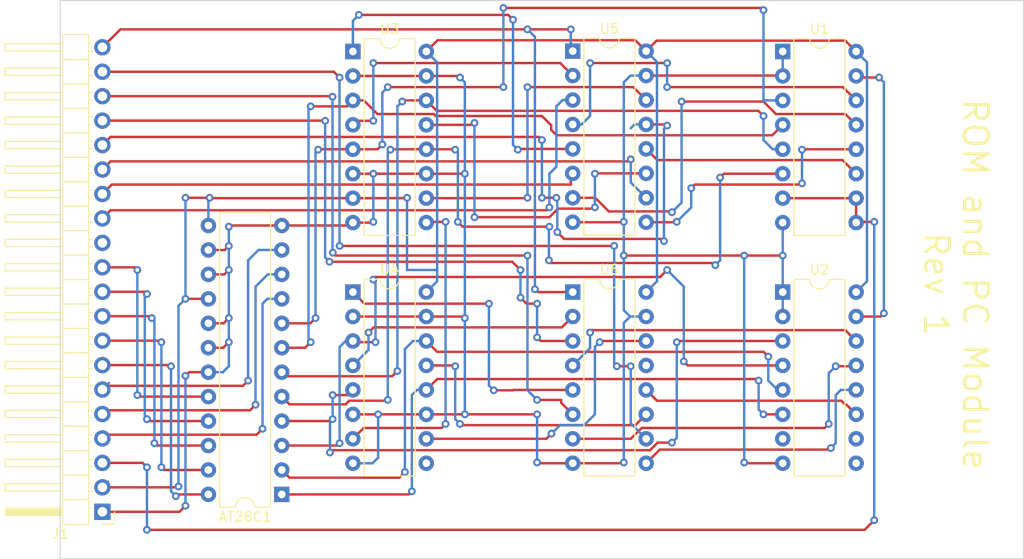
<source format=kicad_pcb>
(kicad_pcb (version 20221018) (generator pcbnew)
  (layers (0 "F.Cu" signal) (31 "B.Cu" signal) (34 "B.Paste" user) (35 "F.Paste" user) (36 "B.SilkS" user "B.Silkscreen") (37 "F.SilkS" user "F.Silkscreen") (38 "B.Mask" user) (39 "F.Mask" user) (44 "Edge.Cuts" user))
  (net 0 "")
  (net 1 "Net-(AT28C1-A7)")
  (net 2 "Net-(AT28C1-A6)")
  (net 3 "Net-(AT28C1-A5)")
  (net 4 "Net-(AT28C1-A4)")
  (net 5 "Net-(AT28C1-A3)")
  (net 6 "Net-(AT28C1-A2)")
  (net 7 "Net-(AT28C1-A1)")
  (net 8 "Net-(AT28C1-A0)")
  (net 9 "Net-(AT28C1-IO0)")
  (net 10 "Net-(AT28C1-IO1)")
  (net 11 "Net-(AT28C1-IO2)")
  (net 12 "GND")
  (net 13 "+5V")
  (net 14 "Net-(AT28C1-IO7)")
  (net 15 "Net-(AT28C1-IO6)")
  (net 16 "Net-(AT28C1-IO5)")
  (net 17 "Net-(AT28C1-IO4)")
  (net 18 "Net-(AT28C1-IO3)")
  (net 19 "clk")
  (net 20 "Net-(J1-Pin_12)")
  (net 21 "Net-(J1-Pin_13)")
  (net 22 "Net-(J1-Pin_14)")
  (net 23 "Net-(J1-Pin_15)")
  (net 24 "Net-(J1-Pin_16)")
  (net 25 "Net-(J1-Pin_17)")
  (net 26 "Net-(J1-Pin_18)")
  (net 27 "Net-(J1-Pin_19)")
  (net 28 "br_en")
  (net 29 "Net-(U1-D3)")
  (net 30 "Net-(U1-D2)")
  (net 31 "Net-(U1-D1)")
  (net 32 "Net-(U1-D0)")
  (net 36 "Net-(U2-D3)")
  (net 37 "Net-(U2-D2)")
  (net 38 "Net-(U2-D1)")
  (net 39 "Net-(U2-D0)")
  (net 40 "Net-(U3-S2)")
  (net 41 "Net-(U3-S1)")
  (net 42 "Net-(U3-C4)")
  (net 43 "Net-(U3-S4)")
  (net 44 "Net-(U3-S3)")
  (net 45 "Net-(U4-S2)")
  (net 46 "Net-(U4-S1)")
  (net 48 "Net-(U4-S4)")
  (net 49 "Net-(U4-S3)")
  (net 50 "rst")
  (net 51 "Net-(J1-Pin_20)")
  (footprint "Package_DIP:DIP-16_W7.62mm" (layer "F.Cu") (at 154.2 74.3)
    (fp_text reference "U6")
    (fp_text value "74LS157")
  )
  (footprint "Package_DIP:DIP-16_W7.62mm" (layer "F.Cu") (at 176 74.3)
    (fp_text reference "U2")
    (fp_text value "74HC173")
  )
  (footprint "Package_DIP:DIP-16_W7.62mm" (layer "F.Cu") (at 154.2 49.26)
    (fp_text reference "U5")
    (fp_text value "74LS157")
  )
  (footprint "Package_DIP:DIP-16_W7.62mm" (layer "F.Cu") (at 131.38 74.3)
    (fp_text reference "U4")
    (fp_text value "74HC283")
  )
  (footprint "Package_DIP:DIP-24_W7.62mm" (layer "F.Cu") (at 124 95.32 180)
    (fp_text reference "AT28C1")
    (fp_text value "~")
  )
  (footprint "Package_DIP:DIP-16_W7.62mm" (layer "F.Cu") (at 176 49.3)
    (fp_text reference "U1")
    (fp_text value "74HC173")
  )
  (footprint "Package_DIP:DIP-16_W7.62mm" (layer "F.Cu") (at 131.38 49.3)
    (fp_text reference "U3")
    (fp_text value "74HC283")
  )
  (footprint "Connector_PinHeader_2.54mm:PinHeader_1x20_P2.54mm_Horizontal" (layer "F.Cu") (at 105.375 97.125 180)
    (fp_text reference "J1")
    (fp_text value "Conn_01x20_Pin")
  )
  (gr_rect (start 101 44) (end 201 102) (stroke (width 0.1)) (fill none) (layer "Edge.Cuts"))
  (gr_text "ROM and PC Module\nRev 1" (at 190.5 73.5 270) (layer "F.SilkS") (effects (font (size 2.5 2.5) (thickness 0.3) bold) (justify bottom)))
  (segment (start 140.125 83.335) (end 173.335 83.335) (width 0.25) (layer "F.Cu") (net 1))
  (segment (start 173.335 83.335) (end 173.5 83.5) (width 0.25) (layer "F.Cu") (net 1))
  (segment (start 137.18 95.32) (end 137.5 95) (width 0.25) (layer "F.Cu") (net 1))
  (segment (start 174 87) (end 176 87) (width 0.25) (layer "F.Cu") (net 1))
  (segment (start 139 84.46) (end 140.125 83.335) (width 0.25) (layer "F.Cu") (net 1))
  (segment (start 124 95.32) (end 137.18 95.32) (width 0.25) (layer "F.Cu") (net 1))
  (via (at 174 87) (size 0.8) (drill 0.4) (layers "F.Cu" "B.Cu") (net 1))
  (via (at 173.5 83.5) (size 0.8) (drill 0.4) (layers "F.Cu" "B.Cu") (net 1))
  (via (at 137.5 95) (size 0.8) (drill 0.4) (layers "F.Cu" "B.Cu") (net 1))
  (segment (start 138.04 84.46) (end 139 84.46) (width 0.25) (layer "B.Cu") (net 1))
  (segment (start 173.5 86.5) (end 174 87) (width 0.25) (layer "B.Cu") (net 1))
  (segment (start 137.5 85) (end 138.04 84.46) (width 0.25) (layer "B.Cu") (net 1))
  (segment (start 137.5 95) (end 137.5 85) (width 0.25) (layer "B.Cu") (net 1))
  (segment (start 173.5 83.5) (end 173.5 86.5) (width 0.25) (layer "B.Cu") (net 1))
  (segment (start 174.005 80.505) (end 174.5 81) (width 0.25) (layer "F.Cu") (net 2))
  (segment (start 139 79.38) (end 140.125 80.505) (width 0.25) (layer "F.Cu") (net 2))
  (segment (start 136.195501 93.579999) (end 136.7755 93) (width 0.25) (layer "F.Cu") (net 2))
  (segment (start 124 92.78) (end 124.799999 93.579999) (width 0.25) (layer "F.Cu") (net 2))
  (segment (start 124.799999 93.579999) (end 136.195501 93.579999) (width 0.25) (layer "F.Cu") (net 2))
  (segment (start 140.125 80.505) (end 174.005 80.505) (width 0.25) (layer "F.Cu") (net 2))
  (via (at 174.5 81) (size 0.8) (drill 0.4) (layers "F.Cu" "B.Cu") (net 2))
  (via (at 136.7755 93) (size 0.8) (drill 0.4) (layers "F.Cu" "B.Cu") (net 2))
  (segment (start 174.5 81) (end 174.5 83.5) (width 0.25) (layer "B.Cu") (net 2))
  (segment (start 136.7755 80.2245) (end 137.62 79.38) (width 0.25) (layer "B.Cu") (net 2))
  (segment (start 175.46 84.46) (end 176 84.46) (width 0.25) (layer "B.Cu") (net 2))
  (segment (start 174.5 83.5) (end 175.46 84.46) (width 0.25) (layer "B.Cu") (net 2))
  (segment (start 136.7755 93) (end 136.7755 80.2245) (width 0.25) (layer "B.Cu") (net 2))
  (segment (start 137.62 79.38) (end 139 79.38) (width 0.25) (layer "B.Cu") (net 2))
  (segment (start 129.76 90.24) (end 130 90) (width 0.25) (layer "F.Cu") (net 3))
  (segment (start 166.1445 81.92) (end 165.7245 81.5) (width 0.25) (layer "F.Cu") (net 3))
  (segment (start 176 81.92) (end 166.1445 81.92) (width 0.25) (layer "F.Cu") (net 3))
  (segment (start 133.775 72.725) (end 133.5 73) (width 0.25) (layer "F.Cu") (net 3))
  (segment (start 163.275 72.725) (end 133.775 72.725) (width 0.25) (layer "F.Cu") (net 3))
  (segment (start 124 90.24) (end 129.76 90.24) (width 0.25) (layer "F.Cu") (net 3))
  (segment (start 164 72) (end 163.275 72.725) (width 0.25) (layer "F.Cu") (net 3))
  (segment (start 133.7245 79.5) (end 131.5 79.5) (width 0.25) (layer "F.Cu") (net 3))
  (segment (start 131.5 79.5) (end 131.38 79.38) (width 0.25) (layer "F.Cu") (net 3))
  (via (at 133.7245 79.5) (size 0.8) (drill 0.4) (layers "F.Cu" "B.Cu") (net 3))
  (via (at 165.7245 81.5) (size 0.8) (drill 0.4) (layers "F.Cu" "B.Cu") (net 3))
  (via (at 133.5 73) (size 0.8) (drill 0.4) (layers "F.Cu" "B.Cu") (net 3))
  (via (at 130 90) (size 0.8) (drill 0.4) (layers "F.Cu" "B.Cu") (net 3))
  (via (at 164 72) (size 0.8) (drill 0.4) (layers "F.Cu" "B.Cu") (net 3))
  (segment (start 130 80) (end 130.62 79.38) (width 0.25) (layer "B.Cu") (net 3))
  (segment (start 130.62 79.38) (end 131.38 79.38) (width 0.25) (layer "B.Cu") (net 3))
  (segment (start 130 90) (end 130 80) (width 0.25) (layer "B.Cu") (net 3))
  (segment (start 165.7245 73.7245) (end 164 72) (width 0.25) (layer "B.Cu") (net 3))
  (segment (start 133.725 79.4995) (end 133.7245 79.5) (width 0.25) (layer "B.Cu") (net 3))
  (segment (start 133.725 73.225) (end 133.725 79.4995) (width 0.25) (layer "B.Cu") (net 3))
  (segment (start 133.5 73) (end 133.725 73.225) (width 0.25) (layer "B.Cu") (net 3))
  (segment (start 165.7245 81.5) (end 165.7245 73.7245) (width 0.25) (layer "B.Cu") (net 3))
  (segment (start 164.5 89.9405) (end 163.010491 89.9405) (width 0.25) (layer "F.Cu") (net 4))
  (segment (start 163.010491 89.9405) (end 162.225991 90.725) (width 0.25) (layer "F.Cu") (net 4))
  (segment (start 129.0755 87.7) (end 129.2755 87.5) (width 0.25) (layer "F.Cu") (net 4))
  (segment (start 130.84 85) (end 131.38 84.46) (width 0.25) (layer "F.Cu") (net 4))
  (segment (start 124 87.7) (end 129.0755 87.7) (width 0.25) (layer "F.Cu") (net 4))
  (segment (start 129.2755 85) (end 130.84 85) (width 0.25) (layer "F.Cu") (net 4))
  (segment (start 176 79.38) (end 165.12 79.38) (width 0.25) (layer "F.Cu") (net 4))
  (segment (start 162.225991 90.725) (end 129.2395 90.725) (width 0.25) (layer "F.Cu") (net 4))
  (segment (start 129.2395 90.725) (end 129 90.9645) (width 0.25) (layer "F.Cu") (net 4))
  (segment (start 165.12 79.38) (end 165 79.5) (width 0.25) (layer "F.Cu") (net 4))
  (via (at 164.5 89.9405) (size 0.8) (drill 0.4) (layers "F.Cu" "B.Cu") (net 4))
  (via (at 129 90.9645) (size 0.8) (drill 0.4) (layers "F.Cu" "B.Cu") (net 4))
  (via (at 165 79.5) (size 0.8) (drill 0.4) (layers "F.Cu" "B.Cu") (net 4))
  (via (at 129.2755 87.5) (size 0.8) (drill 0.4) (layers "F.Cu" "B.Cu") (net 4))
  (via (at 129.2755 85) (size 0.8) (drill 0.4) (layers "F.Cu" "B.Cu") (net 4))
  (segment (start 165 89.4405) (end 164.5 89.9405) (width 0.25) (layer "B.Cu") (net 4))
  (segment (start 129 90.9645) (end 129 87.7755) (width 0.25) (layer "B.Cu") (net 4))
  (segment (start 165 79.5) (end 165 89.4405) (width 0.25) (layer "B.Cu") (net 4))
  (segment (start 129.2755 87.5) (end 129.2755 85) (width 0.25) (layer "B.Cu") (net 4))
  (segment (start 129 87.7755) (end 129.2755 87.5) (width 0.25) (layer "B.Cu") (net 4))
  (segment (start 142 59.5) (end 141.96 59.46) (width 0.25) (layer "F.Cu") (net 5))
  (segment (start 168.775 71.275) (end 151.9995 71.275) (width 0.25) (layer "F.Cu") (net 5))
  (segment (start 130.625001 85.959999) (end 131 85.585) (width 0.25) (layer "F.Cu") (net 5))
  (segment (start 169.9005 62) (end 169.5 62.4005) (width 0.25) (layer "F.Cu") (net 5))
  (segment (start 142.7755 67.5) (end 142.2755 67) (width 0.25) (layer "F.Cu") (net 5))
  (segment (start 176 62) (end 169.9005 62) (width 0.25) (layer "F.Cu") (net 5))
  (segment (start 169 71.5) (end 168.775 71.275) (width 0.25) (layer "F.Cu") (net 5))
  (segment (start 131 85.585) (end 134.915 85.585) (width 0.25) (layer "F.Cu") (net 5))
  (segment (start 124.799999 85.959999) (end 130.625001 85.959999) (width 0.25) (layer "F.Cu") (net 5))
  (segment (start 151.9995 71.275) (end 151.7245 71) (width 0.25) (layer "F.Cu") (net 5))
  (segment (start 124 85.16) (end 124.799999 85.959999) (width 0.25) (layer "F.Cu") (net 5))
  (segment (start 135.2755 59.5) (end 135.3155 59.46) (width 0.25) (layer "F.Cu") (net 5))
  (segment (start 135.3155 59.46) (end 139 59.46) (width 0.25) (layer "F.Cu") (net 5))
  (segment (start 134.915 85.585) (end 135 85.5) (width 0.25) (layer "F.Cu") (net 5))
  (segment (start 141.96 59.46) (end 139 59.46) (width 0.25) (layer "F.Cu") (net 5))
  (segment (start 151.7755 67.5) (end 142.7755 67.5) (width 0.25) (layer "F.Cu") (net 5))
  (via (at 169 71.5) (size 0.8) (drill 0.4) (layers "F.Cu" "B.Cu") (net 5))
  (via (at 151.7755 67.5) (size 0.8) (drill 0.4) (layers "F.Cu" "B.Cu") (net 5))
  (via (at 142.2755 67) (size 0.8) (drill 0.4) (layers "F.Cu" "B.Cu") (net 5))
  (via (at 142 59.5) (size 0.8) (drill 0.4) (layers "F.Cu" "B.Cu") (net 5))
  (via (at 135 85.5) (size 0.8) (drill 0.4) (layers "F.Cu" "B.Cu") (net 5))
  (via (at 169.5 62.4005) (size 0.8) (drill 0.4) (layers "F.Cu" "B.Cu") (net 5))
  (via (at 135.2755 59.5) (size 0.8) (drill 0.4) (layers "F.Cu" "B.Cu") (net 5))
  (via (at 151.7245 71) (size 0.8) (drill 0.4) (layers "F.Cu" "B.Cu") (net 5))
  (segment (start 142.2755 59.7755) (end 142 59.5) (width 0.25) (layer "B.Cu") (net 5))
  (segment (start 151.7245 71) (end 151.7245 67.551) (width 0.25) (layer "B.Cu") (net 5))
  (segment (start 151.7245 67.551) (end 151.7755 67.5) (width 0.25) (layer "B.Cu") (net 5))
  (segment (start 135 59.7755) (end 135.2755 59.5) (width 0.25) (layer "B.Cu") (net 5))
  (segment (start 142.2755 67) (end 142.2755 59.7755) (width 0.25) (layer "B.Cu") (net 5))
  (segment (start 169.5 62.4005) (end 169.5 71) (width 0.25) (layer "B.Cu") (net 5))
  (segment (start 135 85.5) (end 135 59.7755) (width 0.25) (layer "B.Cu") (net 5))
  (segment (start 169.5 71) (end 169 71.5) (width 0.25) (layer "B.Cu") (net 5))
  (segment (start 140.085 55.465) (end 173.465 55.465) (width 0.25) (layer "F.Cu") (net 6))
  (segment (start 135.455 83.045) (end 136 82.5) (width 0.25) (layer "F.Cu") (net 6))
  (segment (start 139 54.38) (end 140.085 55.465) (width 0.25) (layer "F.Cu") (net 6))
  (segment (start 136.5 54.5) (end 136.62 54.38) (width 0.25) (layer "F.Cu") (net 6))
  (segment (start 173.465 55.465) (end 174 56) (width 0.25) (layer "F.Cu") (net 6))
  (segment (start 124.425 83.045) (end 135.455 83.045) (width 0.25) (layer "F.Cu") (net 6))
  (segment (start 136.62 54.38) (end 139 54.38) (width 0.25) (layer "F.Cu") (net 6))
  (segment (start 124 82.62) (end 124.425 83.045) (width 0.25) (layer "F.Cu") (net 6))
  (via (at 136.5 54.5) (size 0.8) (drill 0.4) (layers "F.Cu" "B.Cu") (net 6))
  (via (at 174 56) (size 0.8) (drill 0.4) (layers "F.Cu" "B.Cu") (net 6))
  (via (at 136 82.5) (size 0.8) (drill 0.4) (layers "F.Cu" "B.Cu") (net 6))
  (segment (start 174.96 59.46) (end 176 59.46) (width 0.25) (layer "B.Cu") (net 6))
  (segment (start 136 55) (end 136.5 54.5) (width 0.25) (layer "B.Cu") (net 6))
  (segment (start 174 56) (end 174 58.5) (width 0.25) (layer "B.Cu") (net 6))
  (segment (start 174 58.5) (end 174.96 59.46) (width 0.25) (layer "B.Cu") (net 6))
  (segment (start 136 82.5) (end 136 55) (width 0.25) (layer "B.Cu") (net 6))
  (segment (start 126.42 80.08) (end 127 79.5) (width 0.25) (layer "F.Cu") (net 7))
  (segment (start 130.76 55) (end 131.38 54.38) (width 0.25) (layer "F.Cu") (net 7))
  (segment (start 151.965805 56.965805) (end 151.965805 57.4505) (width 0.25) (layer "F.Cu") (net 7))
  (segment (start 151.001 56.001) (end 151.965805 56.965805) (width 0.25) (layer "F.Cu") (net 7))
  (segment (start 124 80.08) (end 126.42 80.08) (width 0.25) (layer "F.Cu") (net 7))
  (segment (start 139.778604 55.795) (end 139.984604 56.001) (width 0.25) (layer "F.Cu") (net 7))
  (segment (start 174.915 58.005) (end 176 56.92) (width 0.25) (layer "F.Cu") (net 7))
  (segment (start 151.965805 57.4505) (end 152.520305 58.005) (width 0.25) (layer "F.Cu") (net 7))
  (segment (start 131.38 54.38) (end 132.51137 54.38) (width 0.25) (layer "F.Cu") (net 7))
  (segment (start 127 55) (end 130.76 55) (width 0.25) (layer "F.Cu") (net 7))
  (segment (start 133.92637 55.795) (end 139.778604 55.795) (width 0.25) (layer "F.Cu") (net 7))
  (segment (start 139.984604 56.001) (end 151.001 56.001) (width 0.25) (layer "F.Cu") (net 7))
  (segment (start 132.51137 54.38) (end 133.92637 55.795) (width 0.25) (layer "F.Cu") (net 7))
  (segment (start 152.520305 58.005) (end 174.915 58.005) (width 0.25) (layer "F.Cu") (net 7))
  (via (at 127 55) (size 0.8) (drill 0.4) (layers "F.Cu" "B.Cu") (net 7))
  (via (at 127 79.5) (size 0.8) (drill 0.4) (layers "F.Cu" "B.Cu") (net 7))
  (segment (start 126.775 55.225) (end 127 55) (width 0.25) (layer "B.Cu") (net 7))
  (segment (start 127 79.5) (end 126.775 79.275) (width 0.25) (layer "B.Cu") (net 7))
  (segment (start 126.775 79.275) (end 126.775 55.225) (width 0.25) (layer "B.Cu") (net 7))
  (segment (start 131.38 59.46) (end 133.933852 59.46) (width 0.25) (layer "F.Cu") (net 8))
  (segment (start 127.8155 59.46) (end 131.38 59.46) (width 0.25) (layer "F.Cu") (net 8))
  (segment (start 127.7755 59.5) (end 127.8155 59.46) (width 0.25) (layer "F.Cu") (net 8))
  (segment (start 135 53) (end 147 53) (width 0.25) (layer "F.Cu") (net 8))
  (segment (start 173.7755 44.7755) (end 174 45) (width 0.25) (layer "F.Cu") (net 8))
  (segment (start 126.96 77.54) (end 127.5 77) (width 0.25) (layer "F.Cu") (net 8))
  (segment (start 147 44.7755) (end 173.7755 44.7755) (width 0.25) (layer "F.Cu") (net 8))
  (segment (start 133.933852 59.46) (end 134.435462 58.95839) (width 0.25) (layer "F.Cu") (net 8))
  (segment (start 124 77.54) (end 126.96 77.54) (width 0.25) (layer "F.Cu") (net 8))
  (via (at 135 53) (size 0.8) (drill 0.4) (layers "F.Cu" "B.Cu") (net 8))
  (via (at 127.7755 59.5) (size 0.8) (drill 0.4) (layers "F.Cu" "B.Cu") (net 8))
  (via (at 127.5 77) (size 0.8) (drill 0.4) (layers "F.Cu" "B.Cu") (net 8))
  (via (at 134.435462 58.95839) (size 0.8) (drill 0.4) (layers "F.Cu" "B.Cu") (net 8))
  (via (at 174 45) (size 0.8) (drill 0.4) (layers "F.Cu" "B.Cu") (net 8))
  (via (at 147 53) (size 0.8) (drill 0.4) (layers "F.Cu" "B.Cu") (net 8))
  (via (at 147 44.7755) (size 0.8) (drill 0.4) (layers "F.Cu" "B.Cu") (net 8))
  (segment (start 127.5 77) (end 127.5 59.7755) (width 0.25) (layer "B.Cu") (net 8))
  (segment (start 134.435462 53.564538) (end 135 53) (width 0.25) (layer "B.Cu") (net 8))
  (segment (start 134.435462 58.95839) (end 134.435462 53.564538) (width 0.25) (layer "B.Cu") (net 8))
  (segment (start 174 54.5) (end 174.12 54.38) (width 0.25) (layer "B.Cu") (net 8))
  (segment (start 174.12 54.38) (end 176 54.38) (width 0.25) (layer "B.Cu") (net 8))
  (segment (start 174 45) (end 174 54.5) (width 0.25) (layer "B.Cu") (net 8))
  (segment (start 147 53) (end 147 44.7755) (width 0.25) (layer "B.Cu") (net 8))
  (segment (start 127.5 59.7755) (end 127.7755 59.5) (width 0.25) (layer "B.Cu") (net 8))
  (segment (start 105.375 89.505) (end 105.765 89.115) (width 0.25) (layer "F.Cu") (net 9))
  (segment (start 121.385 89.115) (end 122 88.5) (width 0.25) (layer "F.Cu") (net 9))
  (segment (start 105.765 89.115) (end 121.385 89.115) (width 0.25) (layer "F.Cu") (net 9))
  (via (at 122 88.5) (size 0.8) (drill 0.4) (layers "F.Cu" "B.Cu") (net 9))
  (segment (start 122 88.5) (end 122 75.5) (width 0.25) (layer "B.Cu") (net 9))
  (segment (start 122.5 75) (end 124 75) (width 0.25) (layer "B.Cu") (net 9))
  (segment (start 105.375 89.505) (end 105.88 89) (width 0.25) (layer "B.Cu") (net 9))
  (segment (start 122 75.5) (end 122.5 75) (width 0.25) (layer "B.Cu") (net 9))
  (segment (start 120.7005 86.575) (end 121.2755 86) (width 0.25) (layer "F.Cu") (net 10))
  (segment (start 105.375 86.965) (end 105.765 86.575) (width 0.25) (layer "F.Cu") (net 10))
  (segment (start 105.765 86.575) (end 120.7005 86.575) (width 0.25) (layer "F.Cu") (net 10))
  (via (at 121.2755 86) (size 0.8) (drill 0.4) (layers "F.Cu" "B.Cu") (net 10))
  (segment (start 105.375 86.965) (end 105.765 86.575) (width 0.25) (layer "B.Cu") (net 10))
  (segment (start 122.54 72.46) (end 124 72.46) (width 0.25) (layer "B.Cu") (net 10))
  (segment (start 121.2755 86) (end 121.2755 73.7245) (width 0.25) (layer "B.Cu") (net 10))
  (segment (start 121.2755 73.7245) (end 122.54 72.46) (width 0.25) (layer "B.Cu") (net 10))
  (segment (start 123.46 73) (end 124 72.46) (width 0.25) (layer "B.Cu") (net 10))
  (segment (start 105.375 84.425) (end 105.765 84.035) (width 0.25) (layer "F.Cu") (net 11))
  (segment (start 105.765 84.035) (end 119.965 84.035) (width 0.25) (layer "F.Cu") (net 11))
  (segment (start 119.965 84.035) (end 120.5 83.5) (width 0.25) (layer "F.Cu") (net 11))
  (via (at 120.5 83.5) (size 0.8) (drill 0.4) (layers "F.Cu" "B.Cu") (net 11))
  (segment (start 121.58 69.92) (end 124 69.92) (width 0.25) (layer "B.Cu") (net 11))
  (segment (start 120.5 83.5) (end 120.5 71) (width 0.25) (layer "B.Cu") (net 11))
  (segment (start 120.5 71) (end 121.58 69.92) (width 0.25) (layer "B.Cu") (net 11))
  (segment (start 105.375 84.425) (end 106.055 83.745) (width 0.25) (layer "B.Cu") (net 11))
  (segment (start 118.62 67.38) (end 118.5 67.5) (width 0.25) (layer "F.Cu") (net 12))
  (segment (start 114.38 82.62) (end 116.38 82.62) (width 0.25) (layer "F.Cu") (net 12))
  (segment (start 142.5 52) (end 142.34 51.84) (width 0.25) (layer "F.Cu") (net 12))
  (segment (start 150.58 92.08) (end 154.2 92.08) (width 0.25) (layer "F.Cu") (net 12))
  (segment (start 143 62) (end 139 62) (width 0.25) (layer "F.Cu") (net 12))
  (segment (start 114 83) (end 114.38 82.62) (width 0.25) (layer "F.Cu") (net 12))
  (segment (start 113.375 97.125) (end 114 96.5) (width 0.25) (layer "F.Cu") (net 12))
  (segment (start 105.375 97.125) (end 113.375 97.125) (width 0.25) (layer "F.Cu") (net 12))
  (segment (start 124 67.38) (end 131.08 67.38) (width 0.25) (layer "F.Cu") (net 12))
  (segment (start 172 92) (end 172.08 92.08) (width 0.25) (layer "F.Cu") (net 12))
  (segment (start 131.08 67.38) (end 131.38 67.08) (width 0.25) (layer "F.Cu") (net 12))
  (segment (start 116.38 77.54) (end 117.96 77.54) (width 0.25) (layer "F.Cu") (net 12))
  (segment (start 131.38 67.08) (end 133.42 67.08) (width 0.25) (layer "F.Cu") (net 12))
  (segment (start 118.08 69.92) (end 118.5 69.5) (width 0.25) (layer "F.Cu") (net 12))
  (segment (start 154.2 92.08) (end 159.42 92.08) (width 0.25) (layer "F.Cu") (net 12))
  (segment (start 159.46 67.04) (end 159.5 67) (width 0.25) (layer "F.Cu") (net 12))
  (segment (start 139 87) (end 150.5 87) (width 0.25) (layer "F.Cu") (net 12))
  (segment (start 118.04 72.46) (end 118.5 72) (width 0.25) (layer "F.Cu") (net 12))
  (segment (start 159.5 70.5) (end 176 70.5) (width 0.25) (layer "F.Cu") (net 12))
  (segment (start 116.38 72.46) (end 118.04 72.46) (width 0.25) (layer "F.Cu") (net 12))
  (segment (start 154.2 67.04) (end 159.46 67.04) (width 0.25) (layer "F.Cu") (net 12))
  (segment (start 172.08 92.08) (end 176 92.08) (width 0.25) (layer "F.Cu") (net 12))
  (segment (start 139 62) (end 133.5 62) (width 0.25) (layer "F.Cu") (net 12))
  (segment (start 131.38 87) (end 139 87) (width 0.25) (layer "F.Cu") (net 12))
  (segment (start 117.96 77.54) (end 118.5 77) (width 0.25) (layer "F.Cu") (net 12))
  (segment (start 175.96 51.8) (end 176 51.84) (width 0.25) (layer "F.Cu") (net 12))
  (segment (start 139 76.84) (end 131.38 76.84) (width 0.25) (layer "F.Cu") (net 12))
  (segment (start 139 51.84) (end 131.38 51.84) (width 0.25) (layer "F.Cu") (net 12))
  (segment (start 150.5 92) (end 150.58 92.08) (width 0.25) (layer "F.Cu") (net 12))
  (segment (start 143 77) (end 142.84 76.84) (width 0.25) (layer "F.Cu") (net 12))
  (segment (start 116.38 69.92) (end 118.08 69.92) (width 0.25) (layer "F.Cu") (net 12))
  (segment (start 117.92 80.08) (end 118.5 79.5) (width 0.25) (layer "F.Cu") (net 12))
  (segment (start 142.34 51.84) (end 139 51.84) (width 0.25) (layer "F.Cu") (net 12))
  (segment (start 124 67.38) (end 118.62 67.38) (width 0.25) (layer "F.Cu") (net 12))
  (segment (start 116.38 80.08) (end 117.92 80.08) (width 0.25) (layer "F.Cu") (net 12))
  (segment (start 133.42 67.08) (end 133.5 67) (width 0.25) (layer "F.Cu") (net 12))
  (segment (start 161.82 51.8) (end 175.96 51.8) (width 0.25) (layer "F.Cu") (net 12))
  (segment (start 142.84 76.84) (end 139 76.84) (width 0.25) (layer "F.Cu") (net 12))
  (segment (start 133.5 62) (end 131.38 62) (width 0.25) (layer "F.Cu") (net 12))
  (segment (start 159.42 92.08) (end 159.5 92) (width 0.25) (layer "F.Cu") (net 12))
  (via (at 159.5 70.5) (size 0.8) (drill 0.4) (layers "F.Cu" "B.Cu") (net 12))
  (via (at 142.5 52) (size 0.8) (drill 0.4) (layers "F.Cu" "B.Cu") (net 12))
  (via (at 143 77) (size 0.8) (drill 0.4) (layers "F.Cu" "B.Cu") (net 12))
  (via (at 118.5 69.5) (size 0.8) (drill 0.4) (layers "F.Cu" "B.Cu") (net 12))
  (via (at 150.5 87) (size 0.8) (drill 0.4) (layers "F.Cu" "B.Cu") (net 12))
  (via (at 176 70.5) (size 0.8) (drill 0.4) (layers "F.Cu" "B.Cu") (net 12))
  (via (at 150.5 92) (size 0.8) (drill 0.4) (layers "F.Cu" "B.Cu") (net 12))
  (via (at 159.5 92) (size 0.8) (drill 0.4) (layers "F.Cu" "B.Cu") (net 12))
  (via (at 114 96.5) (size 0.8) (drill 0.4) (layers "F.Cu" "B.Cu") (net 12))
  (via (at 159.5 67) (size 0.8) (drill 0.4) (layers "F.Cu" "B.Cu") (net 12))
  (via (at 118.5 77) (size 0.8) (drill 0.4) (layers "F.Cu" "B.Cu") (net 12))
  (via (at 118.5 72) (size 0.8) (drill 0.4) (layers "F.Cu" "B.Cu") (net 12))
  (via (at 143 62) (size 0.8) (drill 0.4) (layers "F.Cu" "B.Cu") (net 12))
  (via (at 133.5 67) (size 0.8) (drill 0.4) (layers "F.Cu" "B.Cu") (net 12))
  (via (at 172 92) (size 0.8) (drill 0.4) (layers "F.Cu" "B.Cu") (net 12))
  (via (at 172 70.5) (size 0.8) (drill 0.4) (layers "F.Cu" "B.Cu") (net 12))
  (via (at 118.5 67.5) (size 0.8) (drill 0.4) (layers "F.Cu" "B.Cu") (net 12))
  (via (at 143 87) (size 0.8) (drill 0.4) (layers "F.Cu" "B.Cu") (net 12))
  (via (at 134 87) (size 0.8) (drill 0.4) (layers "F.Cu" "B.Cu") (net 12))
  (via (at 118.5 79.5) (size 0.8) (drill 0.4) (layers "F.Cu" "B.Cu") (net 12))
  (via (at 133.5 62) (size 0.8) (drill 0.4) (layers "F.Cu" "B.Cu") (net 12))
  (via (at 114 83) (size 0.8) (drill 0.4) (layers "F.Cu" "B.Cu") (net 12))
  (segment (start 143 87) (end 143 77) (width 0.25) (layer "B.Cu") (net 12))
  (segment (start 159.5 76.18) (end 159.5 70.5) (width 0.25) (layer "B.Cu") (net 12))
  (segment (start 176 51.84) (end 176 49.3) (width 0.25) (layer "B.Cu") (net 12))
  (segment (start 159.5 92) (end 159.5 77.5) (width 0.25) (layer "B.Cu") (net 12))
  (segment (start 150.5 87) (end 150.5 92) (width 0.25) (layer "B.Cu") (net 12))
  (segment (start 133.5 67) (end 133.5 62) (width 0.25) (layer "B.Cu") (net 12))
  (segment (start 143 77) (end 143 62) (width 0.25) (layer "B.Cu") (net 12))
  (segment (start 118.5 67.5) (end 118.5 69.5) (width 0.25) (layer "B.Cu") (net 12))
  (segment (start 118.5 82) (end 117.88 82.62) (width 0.25) (layer "B.Cu") (net 12))
  (segment (start 176 74.3) (end 176 76.84) (width 0.25) (layer "B.Cu") (net 12))
  (segment (start 160.16 76.84) (end 159.5 76.18) (width 0.25) (layer "B.Cu") (net 12))
  (segment (start 143 62) (end 143 52.5) (width 0.25) (layer "B.Cu") (net 12))
  (segment (start 118.5 77) (end 118.5 79.5) (width 0.25) (layer "B.Cu") (net 12))
  (segment (start 118.5 72) (end 118.5 77) (width 0.25) (layer "B.Cu") (net 12))
  (segment (start 118.5 69.5) (end 118.5 72) (width 0.25) (layer "B.Cu") (net 12))
  (segment (start 176 70.5) (end 176 74.3) (width 0.25) (layer "B.Cu") (net 12))
  (segment (start 134 91.5) (end 133.42 92.08) (width 0.25) (layer "B.Cu") (net 12))
  (segment (start 117.88 82.62) (end 116.38 82.62) (width 0.25) (layer "B.Cu") (net 12))
  (segment (start 133.42 92.08) (end 131.38 92.08) (width 0.25) (layer "B.Cu") (net 12))
  (segment (start 160.2 51.8) (end 161.82 51.8) (width 0.25) (layer "B.Cu") (net 12))
  (segment (start 159.5 77.5) (end 160.16 76.84) (width 0.25) (layer "B.Cu") (net 12))
  (segment (start 160.16 76.84) (end 161.82 76.84) (width 0.25) (layer "B.Cu") (net 12))
  (segment (start 118.5 79.5) (end 118.5 82) (width 0.25) (layer "B.Cu") (net 12))
  (segment (start 114 96.5) (end 114 83) (width 0.25) (layer "B.Cu") (net 12))
  (segment (start 159.5 52.5) (end 160.2 51.8) (width 0.25) (layer "B.Cu") (net 12))
  (segment (start 176 70.5) (end 176 67.08) (width 0.25) (layer "B.Cu") (net 12))
  (segment (start 134 87) (end 134 91.5) (width 0.25) (layer "B.Cu") (net 12))
  (segment (start 143 52.5) (end 142.5 52) (width 0.25) (layer "B.Cu") (net 12))
  (segment (start 159.5 67) (end 159.5 52.5) (width 0.25) (layer "B.Cu") (net 12))
  (segment (start 159.5 67) (end 159.5 70.5) (width 0.25) (layer "B.Cu") (net 12))
  (segment (start 172 70.5) (end 172 92) (width 0.25) (layer "B.Cu") (net 12))
  (segment (start 139 49.3) (end 140.165 48.135) (width 0.25) (layer "F.Cu") (net 13))
  (segment (start 116.54 64.54) (end 116.5 64.5) (width 0.25) (layer "F.Cu") (net 13))
  (segment (start 113.1905 94.585) (end 113.2755 94.5) (width 0.25) (layer "F.Cu") (net 13))
  (segment (start 131.38 64.54) (end 136.96 64.54) (width 0.25) (layer "F.Cu") (net 13))
  (segment (start 114 75) (end 116.38 75) (width 0.25) (layer "F.Cu") (net 13))
  (segment (start 162.905 48.175) (end 182.495 48.175) (width 0.25) (layer "F.Cu") (net 13))
  (segment (start 182.495 48.175) (end 183.62 49.3) (width 0.25) (layer "F.Cu") (net 13))
  (segment (start 105.375 94.585) (end 113.1905 94.585) (width 0.25) (layer "F.Cu") (net 13))
  (segment (start 116.5 64.5) (end 114 64.5) (width 0.25) (layer "F.Cu") (net 13))
  (segment (start 160.695 48.135) (end 161.82 49.26) (width 0.25) (layer "F.Cu") (net 13))
  (segment (start 161.82 49.26) (end 162.905 48.175) (width 0.25) (layer "F.Cu") (net 13))
  (segment (start 131.38 64.54) (end 116.54 64.54) (width 0.25) (layer "F.Cu") (net 13))
  (segment (start 140.165 48.135) (end 160.695 48.135) (width 0.25) (layer "F.Cu") (net 13))
  (segment (start 136.96 64.54) (end 137 64.5) (width 0.25) (layer "F.Cu") (net 13))
  (via (at 114 75) (size 0.8) (drill 0.4) (layers "F.Cu" "B.Cu") (net 13))
  (via (at 113.2755 94.5) (size 0.8) (drill 0.4) (layers "F.Cu" "B.Cu") (net 13))
  (via (at 137 64.5) (size 0.8) (drill 0.4) (layers "F.Cu" "B.Cu") (net 13))
  (via (at 116.5 64.5) (size 0.8) (drill 0.4) (layers "F.Cu" "B.Cu") (net 13))
  (via (at 114 64.5) (size 0.8) (drill 0.4) (layers "F.Cu" "B.Cu") (net 13))
  (segment (start 105.375 94.585) (end 105.96 94) (width 0.25) (layer "B.Cu") (net 13))
  (segment (start 113.2755 94.5) (end 113.2755 75.7245) (width 0.25) (layer "B.Cu") (net 13))
  (segment (start 116.5 64.5) (end 116.38 64.62) (width 0.25) (layer "B.Cu") (net 13))
  (segment (start 183.62 49.3) (end 184.745 50.425) (width 0.25) (layer "B.Cu") (net 13))
  (segment (start 114 64.5) (end 114 75) (width 0.25) (layer "B.Cu") (net 13))
  (segment (start 116.38 64.62) (end 116.38 67.38) (width 0.25) (layer "B.Cu") (net 13))
  (segment (start 113.2755 75.7245) (end 114 75) (width 0.25) (layer "B.Cu") (net 13))
  (segment (start 137 72) (end 140.125 72) (width 0.25) (layer "B.Cu") (net 13))
  (segment (start 137 64.5) (end 137 72) (width 0.25) (layer "B.Cu") (net 13))
  (segment (start 139 49.3) (end 140.125 50.425) (width 0.25) (layer "B.Cu") (net 13))
  (segment (start 140.125 50.425) (end 140.125 72) (width 0.25) (layer "B.Cu") (net 13))
  (segment (start 184.745 50.425) (end 184.745 73.175) (width 0.25) (layer "B.Cu") (net 13))
  (segment (start 162.945 73.175) (end 161.82 74.3) (width 0.25) (layer "B.Cu") (net 13))
  (segment (start 140.125 73.175) (end 139 74.3) (width 0.25) (layer "B.Cu") (net 13))
  (segment (start 162.945 50.385) (end 162.945 73.175) (width 0.25) (layer "B.Cu") (net 13))
  (segment (start 140.125 72) (end 140.125 73.175) (width 0.25) (layer "B.Cu") (net 13))
  (segment (start 184.745 73.175) (end 183.62 74.3) (width 0.25) (layer "B.Cu") (net 13))
  (segment (start 161.82 49.26) (end 162.945 50.385) (width 0.25) (layer "B.Cu") (net 13))
  (segment (start 108.725 71.725) (end 109 72) (width 0.25) (layer "F.Cu") (net 14))
  (segment (start 109 85) (end 109.16 85.16) (width 0.25) (layer "F.Cu") (net 14))
  (segment (start 105.375 71.725) (end 108.725 71.725) (width 0.25) (layer "F.Cu") (net 14))
  (segment (start 109.16 85.16) (end 116.38 85.16) (width 0.25) (layer "F.Cu") (net 14))
  (via (at 109 72) (size 0.8) (drill 0.4) (layers "F.Cu" "B.Cu") (net 14))
  (via (at 109 85) (size 0.8) (drill 0.4) (layers "F.Cu" "B.Cu") (net 14))
  (segment (start 109 72) (end 109 85) (width 0.25) (layer "B.Cu") (net 14))
  (segment (start 109.765 74.265) (end 110 74.5) (width 0.25) (layer "F.Cu") (net 15))
  (segment (start 110 87.5) (end 110.2 87.7) (width 0.25) (layer "F.Cu") (net 15))
  (segment (start 105.375 74.265) (end 109.765 74.265) (width 0.25) (layer "F.Cu") (net 15))
  (segment (start 110.2 87.7) (end 116.38 87.7) (width 0.25) (layer "F.Cu") (net 15))
  (via (at 110 74.5) (size 0.8) (drill 0.4) (layers "F.Cu" "B.Cu") (net 15))
  (via (at 110 87.5) (size 0.8) (drill 0.4) (layers "F.Cu" "B.Cu") (net 15))
  (segment (start 110 74.5) (end 109.775 74.725) (width 0.25) (layer "B.Cu") (net 15))
  (segment (start 109.775 87.275) (end 110 87.5) (width 0.25) (layer "B.Cu") (net 15))
  (segment (start 109.775 74.725) (end 109.775 87.275) (width 0.25) (layer "B.Cu") (net 15))
  (segment (start 111.0155 90.24) (end 110.7755 90) (width 0.25) (layer "F.Cu") (net 16))
  (segment (start 116.38 90.24) (end 111.0155 90.24) (width 0.25) (layer "F.Cu") (net 16))
  (segment (start 110.305 76.805) (end 105.375 76.805) (width 0.25) (layer "F.Cu") (net 16))
  (segment (start 110.5 77) (end 110.305 76.805) (width 0.25) (layer "F.Cu") (net 16))
  (via (at 110.5 77) (size 0.8) (drill 0.4) (layers "F.Cu" "B.Cu") (net 16))
  (via (at 110.7755 90) (size 0.8) (drill 0.4) (layers "F.Cu" "B.Cu") (net 16))
  (segment (start 110.7755 90) (end 110.7755 77.2755) (width 0.25) (layer "B.Cu") (net 16))
  (segment (start 110.7755 77.2755) (end 110.5 77) (width 0.25) (layer "B.Cu") (net 16))
  (segment (start 105.375 79.345) (end 111.345 79.345) (width 0.25) (layer "F.Cu") (net 17))
  (segment (start 111.345 79.345) (end 111.5 79.5) (width 0.25) (layer "F.Cu") (net 17))
  (segment (start 111.78 92.78) (end 116.38 92.78) (width 0.25) (layer "F.Cu") (net 17))
  (segment (start 111.5 92.5) (end 111.78 92.78) (width 0.25) (layer "F.Cu") (net 17))
  (via (at 111.5 92.5) (size 0.8) (drill 0.4) (layers "F.Cu" "B.Cu") (net 17))
  (via (at 111.5 79.5) (size 0.8) (drill 0.4) (layers "F.Cu" "B.Cu") (net 17))
  (segment (start 111.5 79.5) (end 111.5 92.5) (width 0.25) (layer "B.Cu") (net 17))
  (segment (start 105.375 81.885) (end 112.385 81.885) (width 0.25) (layer "F.Cu") (net 18))
  (segment (start 113.18 95.32) (end 116.38 95.32) (width 0.25) (layer "F.Cu") (net 18))
  (segment (start 112.385 81.885) (end 112.5 82) (width 0.25) (layer "F.Cu") (net 18))
  (segment (start 113 95.5) (end 113.18 95.32) (width 0.25) (layer "F.Cu") (net 18))
  (via (at 112.5 82) (size 0.8) (drill 0.4) (layers "F.Cu" "B.Cu") (net 18))
  (via (at 113 95.5) (size 0.8) (drill 0.4) (layers "F.Cu" "B.Cu") (net 18))
  (segment (start 112.5 95) (end 113 95.5) (width 0.25) (layer "B.Cu") (net 18))
  (segment (start 112.5 82) (end 112.5 95) (width 0.25) (layer "B.Cu") (net 18))
  (segment (start 185.5 67) (end 183.7 67) (width 0.25) (layer "F.Cu") (net 19))
  (segment (start 183.62 67.08) (end 183.62 64.54) (width 0.25) (layer "F.Cu") (net 19))
  (segment (start 183.62 64.54) (end 176 64.54) (width 0.25) (layer "F.Cu") (net 19))
  (segment (start 184.5 99) (end 185.5 98) (width 0.25) (layer "F.Cu") (net 19))
  (segment (start 110 99) (end 184.5 99) (width 0.25) (layer "F.Cu") (net 19))
  (segment (start 109.545 92.045) (end 110 92.5) (width 0.25) (layer "F.Cu") (net 19))
  (segment (start 105.375 92.045) (end 109.545 92.045) (width 0.25) (layer "F.Cu") (net 19))
  (segment (start 183.7 67) (end 183.62 67.08) (width 0.25) (layer "F.Cu") (net 19))
  (via (at 110 92.5) (size 0.8) (drill 0.4) (layers "F.Cu" "B.Cu") (net 19))
  (via (at 185.5 67) (size 0.8) (drill 0.4) (layers "F.Cu" "B.Cu") (net 19))
  (via (at 110 99) (size 0.8) (drill 0.4) (layers "F.Cu" "B.Cu") (net 19))
  (via (at 185.5 98) (size 0.8) (drill 0.4) (layers "F.Cu" "B.Cu") (net 19))
  (segment (start 185.5 67.5) (end 185.5 67) (width 0.25) (layer "B.Cu") (net 19))
  (segment (start 185.5 98) (end 185.5 67.5) (width 0.25) (layer "B.Cu") (net 19))
  (segment (start 110 92.5) (end 110 99) (width 0.25) (layer "B.Cu") (net 19))
  (segment (start 105.375 69.185) (end 105.785 68.775) (width 0.25) (layer "F.Cu") (net 20))
  (segment (start 105.375 66.645) (end 106.225 65.795) (width 0.25) (layer "F.Cu") (net 21))
  (segment (start 106.225 65.795) (end 151.4805 65.795) (width 0.25) (layer "F.Cu") (net 21))
  (segment (start 151.4805 65.795) (end 151.7755 65.5) (width 0.25) (layer "F.Cu") (net 21))
  (via (at 151.7755 65.5) (size 0.8) (drill 0.4) (layers "F.Cu" "B.Cu") (net 21))
  (segment (start 151.7755 65.5) (end 151.7755 62) (width 0.25) (layer "B.Cu") (net 21))
  (segment (start 152.5 55) (end 153.16 54.34) (width 0.25) (layer "B.Cu") (net 21))
  (segment (start 153.16 54.34) (end 154.2 54.34) (width 0.25) (layer "B.Cu") (net 21))
  (segment (start 152.5 61.2755) (end 151.7755 62) (width 0.25) (layer "B.Cu") (net 21))
  (segment (start 152.5 55) (end 152.5 61.2755) (width 0.25) (layer "B.Cu") (net 21))
  (segment (start 106.355 63.125) (end 154 63.125) (width 0.25) (layer "F.Cu") (net 22))
  (segment (start 105.375 64.105) (end 106.355 63.125) (width 0.25) (layer "F.Cu") (net 22))
  (segment (start 154.2 61.96) (end 154 62.16) (width 0.25) (layer "F.Cu") (net 22))
  (segment (start 154 62.16) (end 154 63.125) (width 0.25) (layer "F.Cu") (net 22))
  (segment (start 105.375 61.565) (end 106.225 60.715) (width 0.25) (layer "F.Cu") (net 23))
  (segment (start 106.225 60.715) (end 160.0095 60.715) (width 0.25) (layer "F.Cu") (net 23))
  (segment (start 160.0095 60.715) (end 160.2245 60.5) (width 0.25) (layer "F.Cu") (net 23))
  (via (at 160.2245 60.5) (size 0.8) (drill 0.4) (layers "F.Cu" "B.Cu") (net 23))
  (segment (start 160.2245 62.9045) (end 161.82 64.5) (width 0.25) (layer "B.Cu") (net 23))
  (segment (start 160.2245 60.5) (end 160.2245 62.9045) (width 0.25) (layer "B.Cu") (net 23))
  (segment (start 152.5 64.5) (end 151 64.5) (width 0.25) (layer "F.Cu") (net 24))
  (segment (start 150.675 58.175) (end 151 58.5) (width 0.25) (layer "F.Cu") (net 24))
  (segment (start 163.4445 68.775) (end 153.305404 68.775) (width 0.25) (layer "F.Cu") (net 24))
  (segment (start 105.375 59.025) (end 106.225 58.175) (width 0.25) (layer "F.Cu") (net 24))
  (segment (start 163.6695 69) (end 163.4445 68.775) (width 0.25) (layer "F.Cu") (net 24))
  (segment (start 161.82 56.88) (end 163.88 56.88) (width 0.25) (layer "F.Cu") (net 24))
  (segment (start 163.88 56.88) (end 164 57) (width 0.25) (layer "F.Cu") (net 24))
  (segment (start 153.305404 68.775) (end 152.59812 68.067716) (width 0.25) (layer "F.Cu") (net 24))
  (segment (start 106.225 58.175) (end 150.675 58.175) (width 0.25) (layer "F.Cu") (net 24))
  (via (at 151 64.5) (size 0.8) (drill 0.4) (layers "F.Cu" "B.Cu") (net 24))
  (via (at 152.59812 68.067716) (size 0.8) (drill 0.4) (layers "F.Cu" "B.Cu") (net 24))
  (via (at 163.6695 69) (size 0.8) (drill 0.4) (layers "F.Cu" "B.Cu") (net 24))
  (via (at 151 58.5) (size 0.8) (drill 0.4) (layers "F.Cu" "B.Cu") (net 24))
  (via (at 164 57) (size 0.8) (drill 0.4) (layers "F.Cu" "B.Cu") (net 24))
  (via (at 152.5 64.5) (size 0.8) (drill 0.4) (layers "F.Cu" "B.Cu") (net 24))
  (segment (start 152.59812 68.067716) (end 152.59812 64.59812) (width 0.25) (layer "B.Cu") (net 24))
  (segment (start 151 64.5) (end 151 58.5) (width 0.25) (layer "B.Cu") (net 24))
  (segment (start 160.62 56.88) (end 161.82 56.88) (width 0.25) (layer "B.Cu") (net 24))
  (segment (start 152.59812 64.59812) (end 152.5 64.5) (width 0.25) (layer "B.Cu") (net 24))
  (segment (start 164 57) (end 163.6695 57.3305) (width 0.25) (layer "B.Cu") (net 24))
  (segment (start 160.2245 57.2755) (end 160.62 56.88) (width 0.25) (layer "B.Cu") (net 24))
  (segment (start 163.6695 57.3305) (end 163.6695 69) (width 0.25) (layer "B.Cu") (net 24))
  (segment (start 150.5 75.5) (end 149.40536 75.5) (width 0.25) (layer "F.Cu") (net 25))
  (segment (start 149.40536 75.5) (end 148.7755 74.87014) (width 0.25) (layer "F.Cu") (net 25))
  (segment (start 105.375 56.485) (end 128.485 56.485) (width 0.25) (layer "F.Cu") (net 25))
  (segment (start 147.919749 71.144249) (end 148.7755 72) (width 0.25) (layer "F.Cu") (net 25))
  (segment (start 150.88 79.38) (end 150.5 79) (width 0.25) (layer "F.Cu") (net 25))
  (segment (start 128.946675 71.144249) (end 147.919749 71.144249) (width 0.25) (layer "F.Cu") (net 25))
  (segment (start 154.2 79.38) (end 150.88 79.38) (width 0.25) (layer "F.Cu") (net 25))
  (segment (start 128.485 56.485) (end 128.5 56.5) (width 0.25) (layer "F.Cu") (net 25))
  (via (at 150.5 79) (size 0.8) (drill 0.4) (layers "F.Cu" "B.Cu") (net 25))
  (via (at 148.7755 74.87014) (size 0.8) (drill 0.4) (layers "F.Cu" "B.Cu") (net 25))
  (via (at 128.946675 71.144249) (size 0.8) (drill 0.4) (layers "F.Cu" "B.Cu") (net 25))
  (via (at 128.5 56.5) (size 0.8) (drill 0.4) (layers "F.Cu" "B.Cu") (net 25))
  (via (at 150.5 75.5) (size 0.8) (drill 0.4) (layers "F.Cu" "B.Cu") (net 25))
  (via (at 148.7755 72) (size 0.8) (drill 0.4) (layers "F.Cu" "B.Cu") (net 25))
  (segment (start 128.5 70.697574) (end 128.946675 71.144249) (width 0.25) (layer "B.Cu") (net 25))
  (segment (start 148.7755 74.87014) (end 148.7755 72) (width 0.25) (layer "B.Cu") (net 25))
  (segment (start 150.5 79) (end 150.5 75.5) (width 0.25) (layer "B.Cu") (net 25))
  (segment (start 128.5 56.5) (end 128.5 70.697574) (width 0.25) (layer "B.Cu") (net 25))
  (segment (start 105.375 53.945) (end 129.21031 53.945) (width 0.25) (layer "F.Cu") (net 26))
  (segment (start 129.293245 70.206755) (end 129.58649 70.5) (width 0.25) (layer "F.Cu") (net 26))
  (segment (start 129.21031 53.945) (end 129.26531 54) (width 0.25) (layer "F.Cu") (net 26))
  (segment (start 153 85.5) (end 153 85.8) (width 0.25) (layer "F.Cu") (net 26))
  (segment (start 150.5 85.5) (end 153 85.5) (width 0.25) (layer "F.Cu") (net 26))
  (segment (start 153 85.8) (end 154.2 87) (width 0.25) (layer "F.Cu") (net 26))
  (segment (start 150.5 85.5) (end 150.585 85.585) (width 0.25) (layer "F.Cu") (net 26))
  (segment (start 129.58649 70.5) (end 149.5 70.5) (width 0.25) (layer "F.Cu") (net 26))
  (via (at 150.5 85.5) (size 0.8) (drill 0.4) (layers "F.Cu" "B.Cu") (net 26))
  (via (at 129.26531 54) (size 0.8) (drill 0.4) (layers "F.Cu" "B.Cu") (net 26))
  (via (at 129.293245 70.206755) (size 0.8) (drill 0.4) (layers "F.Cu" "B.Cu") (net 26))
  (via (at 149.5 70.5) (size 0.8) (drill 0.4) (layers "F.Cu" "B.Cu") (net 26))
  (segment (start 129.26531 54) (end 129.26531 70.17882) (width 0.25) (layer "B.Cu") (net 26))
  (segment (start 149.5 70.5) (end 149.5 84.5) (width 0.25) (layer "B.Cu") (net 26))
  (segment (start 149.5 84.5) (end 150.5 85.5) (width 0.25) (layer "B.Cu") (net 26))
  (segment (start 129.26531 70.17882) (end 129.293245 70.206755) (width 0.25) (layer "B.Cu") (net 26))
  (segment (start 129.393629 51.405) (end 129.98981 52.001181) (width 0.25) (layer "F.Cu") (net 27))
  (segment (start 130 69.5) (end 158.5 69.5) (width 0.25) (layer "F.Cu") (net 27))
  (segment (start 161.82 89.54) (end 161.25293 89.54) (width 0.25) (layer "F.Cu") (net 27))
  (segment (start 161.82 89.54) (end 161.36 90) (width 0.25) (layer "F.Cu") (net 27))
  (segment (start 158.7755 82) (end 158.8555 81.92) (width 0.25) (layer "F.Cu") (net 27))
  (segment (start 105.375 51.405) (end 129.393629 51.405) (width 0.25) (layer "F.Cu") (net 27))
  (segment (start 160.2245 82) (end 158.7755 82) (width 0.25) (layer "F.Cu") (net 27))
  (via (at 158.7755 82) (size 0.8) (drill 0.4) (layers "F.Cu" "B.Cu") (net 27))
  (via (at 160.2245 82) (size 0.8) (drill 0.4) (layers "F.Cu" "B.Cu") (net 27))
  (via (at 129.98981 52.001181) (size 0.8) (drill 0.4) (layers "F.Cu" "B.Cu") (net 27))
  (via (at 158.5 69.5) (size 0.8) (drill 0.4) (layers "F.Cu" "B.Cu") (net 27))
  (via (at 130 69.5) (size 0.8) (drill 0.4) (layers "F.Cu" "B.Cu") (net 27))
  (segment (start 160.2245 87.9445) (end 160.2245 82) (width 0.25) (layer "B.Cu") (net 27))
  (segment (start 129.98981 69.48981) (end 130 69.5) (width 0.25) (layer "B.Cu") (net 27))
  (segment (start 129.98981 52.001181) (end 129.98981 69.48981) (width 0.25) (layer "B.Cu") (net 27))
  (segment (start 161.82 89.54) (end 160.2245 87.9445) (width 0.25) (layer "B.Cu") (net 27))
  (segment (start 158.5 69.5) (end 158.5 81.7245) (width 0.25) (layer "B.Cu") (net 27))
  (segment (start 158.5 81.7245) (end 158.7755 82) (width 0.25) (layer "B.Cu") (net 27))
  (segment (start 161.54 89.54) (end 161.82 89.54) (width 0.25) (layer "B.Cu") (net 27))
  (segment (start 107.24 47) (end 149.5 47) (width 0.25) (layer "F.Cu") (net 28))
  (segment (start 105.375 48.865) (end 107.24 47) (width 0.25) (layer "F.Cu") (net 28))
  (segment (start 154.2 74.3) (end 150.5755 74.3) (width 0.25) (layer "F.Cu") (net 28))
  (segment (start 150.5755 74.3) (end 150.2755 74) (width 0.25) (layer "F.Cu") (net 28))
  (segment (start 149.5 47) (end 154 47) (width 0.25) (layer "F.Cu") (net 28))
  (via (at 154 47) (size 0.8) (drill 0.4) (layers "F.Cu" "B.Cu") (net 28))
  (via (at 150.2755 74) (size 0.8) (drill 0.4) (layers "F.Cu" "B.Cu") (net 28))
  (via (at 149.5 47) (size 0.8) (drill 0.4) (layers "F.Cu" "B.Cu") (net 28))
  (segment (start 150.2755 47.7755) (end 149.5 47) (width 0.25) (layer "B.Cu") (net 28))
  (segment (start 154 49.06) (end 154.2 49.26) (width 0.25) (layer "B.Cu") (net 28))
  (segment (start 150.2755 74) (end 150.2755 47.7755) (width 0.25) (layer "B.Cu") (net 28))
  (segment (start 154 47) (end 154 49.06) (width 0.25) (layer "B.Cu") (net 28))
  (segment (start 183.62 62) (end 182.205 60.585) (width 0.25) (layer "F.Cu") (net 29))
  (segment (start 162.985 60.585) (end 161.82 59.42) (width 0.25) (layer "F.Cu") (net 29))
  (segment (start 182.205 60.585) (end 162.985 60.585) (width 0.25) (layer "F.Cu") (net 29))
  (segment (start 178 63) (end 177.875 63.125) (width 0.25) (layer "F.Cu") (net 30))
  (segment (start 165 67) (end 164.96 67.04) (width 0.25) (layer "F.Cu") (net 30))
  (segment (start 164.96 67.04) (end 161.82 67.04) (width 0.25) (layer "F.Cu") (net 30))
  (segment (start 183.62 59.46) (end 178.04 59.46) (width 0.25) (layer "F.Cu") (net 30))
  (segment (start 166.875 63.125) (end 166.5 63.5) (width 0.25) (layer "F.Cu") (net 30))
  (segment (start 177.875 63.125) (end 166.875 63.125) (width 0.25) (layer "F.Cu") (net 30))
  (segment (start 178.04 59.46) (end 178 59.5) (width 0.25) (layer "F.Cu") (net 30))
  (via (at 178 63) (size 0.8) (drill 0.4) (layers "F.Cu" "B.Cu") (net 30))
  (via (at 178 59.5) (size 0.8) (drill 0.4) (layers "F.Cu" "B.Cu") (net 30))
  (via (at 166.5 63.5) (size 0.8) (drill 0.4) (layers "F.Cu" "B.Cu") (net 30))
  (via (at 165 67) (size 0.8) (drill 0.4) (layers "F.Cu" "B.Cu") (net 30))
  (segment (start 166.5 65.5) (end 165 67) (width 0.25) (layer "B.Cu") (net 30))
  (segment (start 166.5 63.5) (end 166.5 65.5) (width 0.25) (layer "B.Cu") (net 30))
  (segment (start 178 59.5) (end 178 63) (width 0.25) (layer "B.Cu") (net 30))
  (segment (start 157.940305 65.915) (end 156.525305 64.5) (width 0.25) (layer "F.Cu") (net 31))
  (segment (start 156.525305 64.5) (end 154.2 64.5) (width 0.25) (layer "F.Cu") (net 31))
  (segment (start 174 54.5) (end 165.5 54.5) (width 0.25) (layer "F.Cu") (net 31))
  (segment (start 182.495 55.795) (end 175.295 55.795) (width 0.25) (layer "F.Cu") (net 31))
  (segment (start 164.415 65.915) (end 157.940305 65.915) (width 0.25) (layer "F.Cu") (net 31))
  (segment (start 164.5 66) (end 164.415 65.915) (width 0.25) (layer "F.Cu") (net 31))
  (segment (start 175.295 55.795) (end 174 54.5) (width 0.25) (layer "F.Cu") (net 31))
  (segment (start 183.62 56.92) (end 182.495 55.795) (width 0.25) (layer "F.Cu") (net 31))
  (via (at 165.5 54.5) (size 0.8) (drill 0.4) (layers "F.Cu" "B.Cu") (net 31))
  (via (at 164.5 66) (size 0.8) (drill 0.4) (layers "F.Cu" "B.Cu") (net 31))
  (segment (start 165.5 65) (end 164.5 66) (width 0.25) (layer "B.Cu") (net 31))
  (segment (start 165.5 54.5) (end 165.5 65) (width 0.25) (layer "B.Cu") (net 31))
  (segment (start 183.62 54.38) (end 182.24 53) (width 0.25) (layer "F.Cu") (net 32))
  (segment (start 182.24 53) (end 175.5 53) (width 0.25) (layer "F.Cu") (net 32))
  (segment (start 164 50.5) (end 156 50.5) (width 0.25) (layer "F.Cu") (net 32))
  (segment (start 175.5 53) (end 164 53) (width 0.25) (layer "F.Cu") (net 32))
  (via (at 156 50.5) (size 0.8) (drill 0.4) (layers "F.Cu" "B.Cu") (net 32))
  (via (at 164 50.5) (size 0.8) (drill 0.4) (layers "F.Cu" "B.Cu") (net 32))
  (via (at 164 53) (size 0.8) (drill 0.4) (layers "F.Cu" "B.Cu") (net 32))
  (segment (start 156 50.5) (end 156 56) (width 0.25) (layer "B.Cu") (net 32))
  (segment (start 164 53) (end 164 50.5) (width 0.25) (layer "B.Cu") (net 32))
  (segment (start 156 56) (end 155.12 56.88) (width 0.25) (layer "B.Cu") (net 32))
  (segment (start 155.12 56.88) (end 154.2 56.88) (width 0.25) (layer "B.Cu") (net 32))
  (segment (start 162.945 85.585) (end 182.085 85.585) (width 0.25) (layer "F.Cu") (net 36))
  (segment (start 161.82 84.46) (end 162.945 85.585) (width 0.25) (layer "F.Cu") (net 36))
  (segment (start 182.62 86) (end 183.62 87) (width 0.25) (layer "F.Cu") (net 36))
  (segment (start 182.5 86) (end 182.62 86) (width 0.25) (layer "F.Cu") (net 36))
  (segment (start 182.085 85.585) (end 182.5 86) (width 0.25) (layer "F.Cu") (net 36))
  (segment (start 181 90.5) (end 180.835 90.665) (width 0.25) (layer "F.Cu") (net 37))
  (segment (start 180.835 90.665) (end 163.235 90.665) (width 0.25) (layer "F.Cu") (net 37))
  (segment (start 163.235 90.665) (end 161.82 92.08) (width 0.25) (layer "F.Cu") (net 37))
  (via (at 181 90.5) (size 0.8) (drill 0.4) (layers "F.Cu" "B.Cu") (net 37))
  (segment (start 181.5 85) (end 181.5 90) (width 0.25) (layer "B.Cu") (net 37))
  (segment (start 183.62 84.46) (end 182.04 84.46) (width 0.25) (layer "B.Cu") (net 37))
  (segment (start 182.04 84.46) (end 181.5 85) (width 0.25) (layer "B.Cu") (net 37))
  (segment (start 181.5 90) (end 181 90.5) (width 0.25) (layer "B.Cu") (net 37))
  (segment (start 160.229009 89.54) (end 161.354009 88.415) (width 0.25) (layer "F.Cu") (net 38))
  (segment (start 161.354009 88.415) (end 180.3605 88.415) (width 0.25) (layer "F.Cu") (net 38))
  (segment (start 154.2 89.54) (end 160.229009 89.54) (width 0.25) (layer "F.Cu") (net 38))
  (segment (start 180.3605 88.415) (end 180.7755 88) (width 0.25) (layer "F.Cu") (net 38))
  (segment (start 183.54 82) (end 183.62 81.92) (width 0.25) (layer "F.Cu") (net 38))
  (segment (start 181.5 82) (end 183.54 82) (width 0.25) (layer "F.Cu") (net 38))
  (via (at 181.5 82) (size 0.8) (drill 0.4) (layers "F.Cu" "B.Cu") (net 38))
  (via (at 180.7755 88) (size 0.8) (drill 0.4) (layers "F.Cu" "B.Cu") (net 38))
  (segment (start 180.7755 82.7245) (end 181.5 82) (width 0.25) (layer "B.Cu") (net 38))
  (segment (start 180.7755 88) (end 180.7755 82.7245) (width 0.25) (layer "B.Cu") (net 38))
  (segment (start 183.62 79.38) (end 182.495 78.255) (width 0.25) (layer "F.Cu") (net 39))
  (segment (start 156.245 78.255) (end 156 78.5) (width 0.25) (layer "F.Cu") (net 39))
  (segment (start 182.495 78.255) (end 156.245 78.255) (width 0.25) (layer "F.Cu") (net 39))
  (via (at 156 78.5) (size 0.8) (drill 0.4) (layers "F.Cu" "B.Cu") (net 39))
  (segment (start 156 78.5) (end 156 80.12) (width 0.25) (layer "B.Cu") (net 39))
  (segment (start 156 80.12) (end 154.2 81.92) (width 0.25) (layer "B.Cu") (net 39))
  (segment (start 148.58 59.42) (end 154.2 59.42) (width 0.25) (layer "F.Cu") (net 40))
  (segment (start 148.5 59.5) (end 148.58 59.42) (width 0.25) (layer "F.Cu") (net 40))
  (segment (start 132 45.5) (end 147.5 45.5) (width 0.25) (layer "F.Cu") (net 40))
  (segment (start 147.5 45.5) (end 148 46) (width 0.25) (layer "F.Cu") (net 40))
  (via (at 148 46) (size 0.8) (drill 0.4) (layers "F.Cu" "B.Cu") (net 40))
  (via (at 132 45.5) (size 0.8) (drill 0.4) (layers "F.Cu" "B.Cu") (net 40))
  (via (at 148.5 59.5) (size 0.8) (drill 0.4) (layers "F.Cu" "B.Cu") (net 40))
  (segment (start 131.38 49.3) (end 131.38 46.12) (width 0.25) (layer "B.Cu") (net 40))
  (segment (start 148 46) (end 148 59) (width 0.25) (layer "B.Cu") (net 40))
  (segment (start 148 59) (end 148.5 59.5) (width 0.25) (layer "B.Cu") (net 40))
  (segment (start 131.38 46.12) (end 132 45.5) (width 0.25) (layer "B.Cu") (net 40))
  (segment (start 152.9 50.5) (end 133.5 50.5) (width 0.25) (layer "F.Cu") (net 41))
  (segment (start 131.8 56.5) (end 131.38 56.92) (width 0.25) (layer "F.Cu") (net 41))
  (segment (start 154.2 51.8) (end 152.9 50.5) (width 0.25) (layer "F.Cu") (net 41))
  (segment (start 133.5 56.5) (end 131.8 56.5) (width 0.25) (layer "F.Cu") (net 41))
  (via (at 133.5 50.5) (size 0.8) (drill 0.4) (layers "F.Cu" "B.Cu") (net 41))
  (via (at 133.5 56.5) (size 0.8) (drill 0.4) (layers "F.Cu" "B.Cu") (net 41))
  (segment (start 133.5 50.5) (end 133.5 56.5) (width 0.25) (layer "B.Cu") (net 41))
  (segment (start 139.08 67) (end 139 67.08) (width 0.25) (layer "F.Cu") (net 42))
  (segment (start 140.585 88.415) (end 141 88) (width 0.25) (layer "F.Cu") (net 42))
  (segment (start 141 67) (end 139.08 67) (width 0.25) (layer "F.Cu") (net 42))
  (segment (start 131.38 89.54) (end 132.505 88.415) (width 0.25) (layer "F.Cu") (net 42))
  (segment (start 132.505 88.415) (end 140.585 88.415) (width 0.25) (layer "F.Cu") (net 42))
  (via (at 141 88) (size 0.8) (drill 0.4) (layers "F.Cu" "B.Cu") (net 42))
  (via (at 141 67) (size 0.8) (drill 0.4) (layers "F.Cu" "B.Cu") (net 42))
  (segment (start 141 88) (end 141 67) (width 0.25) (layer "B.Cu") (net 42))
  (segment (start 149.46 64.54) (end 149.5 64.5) (width 0.25) (layer "F.Cu") (net 43))
  (segment (start 149.5 53) (end 160.48 53) (width 0.25) (layer "F.Cu") (net 43))
  (segment (start 139 64.54) (end 149.46 64.54) (width 0.25) (layer "F.Cu") (net 43))
  (segment (start 160.48 53) (end 161.82 54.34) (width 0.25) (layer "F.Cu") (net 43))
  (via (at 149.5 64.5) (size 0.8) (drill 0.4) (layers "F.Cu" "B.Cu") (net 43))
  (via (at 149.5 53) (size 0.8) (drill 0.4) (layers "F.Cu" "B.Cu") (net 43))
  (segment (start 149.5 64.5) (end 149.5 53) (width 0.25) (layer "B.Cu") (net 43))
  (segment (start 156.5 65.5) (end 156.375 65.625) (width 0.25) (layer "F.Cu") (net 44))
  (segment (start 156.375 65.625) (end 152.675805 65.625) (width 0.25) (layer "F.Cu") (net 44))
  (segment (start 143.806 56.92) (end 139 56.92) (width 0.25) (layer "F.Cu") (net 44))
  (segment (start 161.82 61.96) (end 156.54 61.96) (width 0.25) (layer "F.Cu") (net 44))
  (segment (start 151.781305 66.5195) (end 144 66.5195) (width 0.25) (layer "F.Cu") (net 44))
  (segment (start 152.675805 65.625) (end 151.781305 66.5195) (width 0.25) (layer "F.Cu") (net 44))
  (segment (start 156.54 61.96) (end 156.5 62) (width 0.25) (layer "F.Cu") (net 44))
  (segment (start 144 56.726) (end 143.806 56.92) (width 0.25) (layer "F.Cu") (net 44))
  (via (at 156.5 62) (size 0.8) (drill 0.4) (layers "F.Cu" "B.Cu") (net 44))
  (via (at 144 56.726) (size 0.8) (drill 0.4) (layers "F.Cu" "B.Cu") (net 44))
  (via (at 156.5 65.5) (size 0.8) (drill 0.4) (layers "F.Cu" "B.Cu") (net 44))
  (via (at 144 66.5195) (size 0.8) (drill 0.4) (layers "F.Cu" "B.Cu") (net 44))
  (segment (start 156.5 62) (end 156.5 65.5) (width 0.25) (layer "B.Cu") (net 44))
  (segment (start 144 66.5195) (end 144 56.726) (width 0.25) (layer "B.Cu") (net 44))
  (segment (start 131.38 74.3) (end 132.58 75.5) (width 0.25) (layer "F.Cu") (net 45))
  (segment (start 148.04 84.46) (end 154.2 84.46) (width 0.25) (layer "F.Cu") (net 45))
  (segment (start 132.58 75.5) (end 145.5 75.5) (width 0.25) (layer "F.Cu") (net 45))
  (segment (start 146 84.5) (end 148 84.5) (width 0.25) (layer "F.Cu") (net 45))
  (segment (start 148 84.5) (end 148.04 84.46) (width 0.25) (layer "F.Cu") (net 45))
  (via (at 146 84.5) (size 0.8) (drill 0.4) (layers "F.Cu" "B.Cu") (net 45))
  (via (at 145.5 75.5) (size 0.8) (drill 0.4) (layers "F.Cu" "B.Cu") (net 45))
  (segment (start 145.5 75.5) (end 145.5 84) (width 0.25) (layer "B.Cu") (net 45))
  (segment (start 145.5 84) (end 146 84.5) (width 0.25) (layer "B.Cu") (net 45))
  (segment (start 154.2 76.84) (end 153.075 77.965) (width 0.25) (layer "F.Cu") (net 46))
  (segment (start 133.535 77.965) (end 133 78.5) (width 0.25) (layer "F.Cu") (net 46))
  (segment (start 153.075 77.965) (end 133.535 77.965) (width 0.25) (layer "F.Cu") (net 46))
  (via (at 133 78.5) (size 0.8) (drill 0.4) (layers "F.Cu" "B.Cu") (net 46))
  (segment (start 133 80.3) (end 131.38 81.92) (width 0.25) (layer "B.Cu") (net 46))
  (segment (start 133 78.5) (end 133 80.3) (width 0.25) (layer "B.Cu") (net 46))
  (segment (start 151.46 89.54) (end 152 89) (width 0.25) (layer "F.Cu") (net 48))
  (segment (start 157.12 79.38) (end 161.82 79.38) (width 0.25) (layer "F.Cu") (net 48))
  (segment (start 157 79.5) (end 157.12 79.38) (width 0.25) (layer "F.Cu") (net 48))
  (segment (start 139 89.54) (end 151.46 89.54) (width 0.25) (layer "F.Cu") (net 48))
  (via (at 157 79.5) (size 0.8) (drill 0.4) (layers "F.Cu" "B.Cu") (net 48))
  (via (at 152 89) (size 0.8) (drill 0.4) (layers "F.Cu" "B.Cu") (net 48))
  (segment (start 155.375 88.125) (end 156.5 87) (width 0.25) (layer "B.Cu") (net 48))
  (segment (start 156.5 80) (end 157 79.5) (width 0.25) (layer "B.Cu") (net 48))
  (segment (start 152.875 88.125) (end 155.375 88.125) (width 0.25) (layer "B.Cu") (net 48))
  (segment (start 152 89) (end 152.875 88.125) (width 0.25) (layer "B.Cu") (net 48))
  (segment (start 156.5 87) (end 156.5 80) (width 0.25) (layer "B.Cu") (net 48))
  (segment (start 142.625 88.125) (end 142.5 88) (width 0.25) (layer "F.Cu") (net 49))
  (segment (start 160.695 88.125) (end 142.625 88.125) (width 0.25) (layer "F.Cu") (net 49))
  (segment (start 161.82 87) (end 160.695 88.125) (width 0.25) (layer "F.Cu") (net 49))
  (segment (start 142 82) (end 141.92 81.92) (width 0.25) (layer "F.Cu") (net 49))
  (segment (start 141.92 81.92) (end 139 81.92) (width 0.25) (layer "F.Cu") (net 49))
  (via (at 142.5 88) (size 0.8) (drill 0.4) (layers "F.Cu" "B.Cu") (net 49))
  (via (at 142 82) (size 0.8) (drill 0.4) (layers "F.Cu" "B.Cu") (net 49))
  (segment (start 142.5 88) (end 142 87.5) (width 0.25) (layer "B.Cu") (net 49))
  (segment (start 142 87.5) (end 142 82) (width 0.25) (layer "B.Cu") (net 49))
  (segment (start 183.62 76.84) (end 186.16 76.84) (width 0.25) (layer "F.Cu") (net 50))
  (segment (start 186 52) (end 183.78 52) (width 0.25) (layer "F.Cu") (net 50))
  (segment (start 186.16 76.84) (end 186.5 76.5) (width 0.25) (layer "F.Cu") (net 50))
  (segment (start 183.78 52) (end 183.62 51.84) (width 0.25) (layer "F.Cu") (net 50))
  (via (at 186.5 76.5) (size 0.8) (drill 0.4) (layers "F.Cu" "B.Cu") (net 50))
  (via (at 186 52) (size 0.8) (drill 0.4) (layers "F.Cu" "B.Cu") (net 50))
  (segment (start 186.5 52.5) (end 186 52) (width 0.25) (layer "B.Cu") (net 50))
  (segment (start 186.5 76.5) (end 186.5 52.5) (width 0.25) (layer "B.Cu") (net 50))
)
</source>
